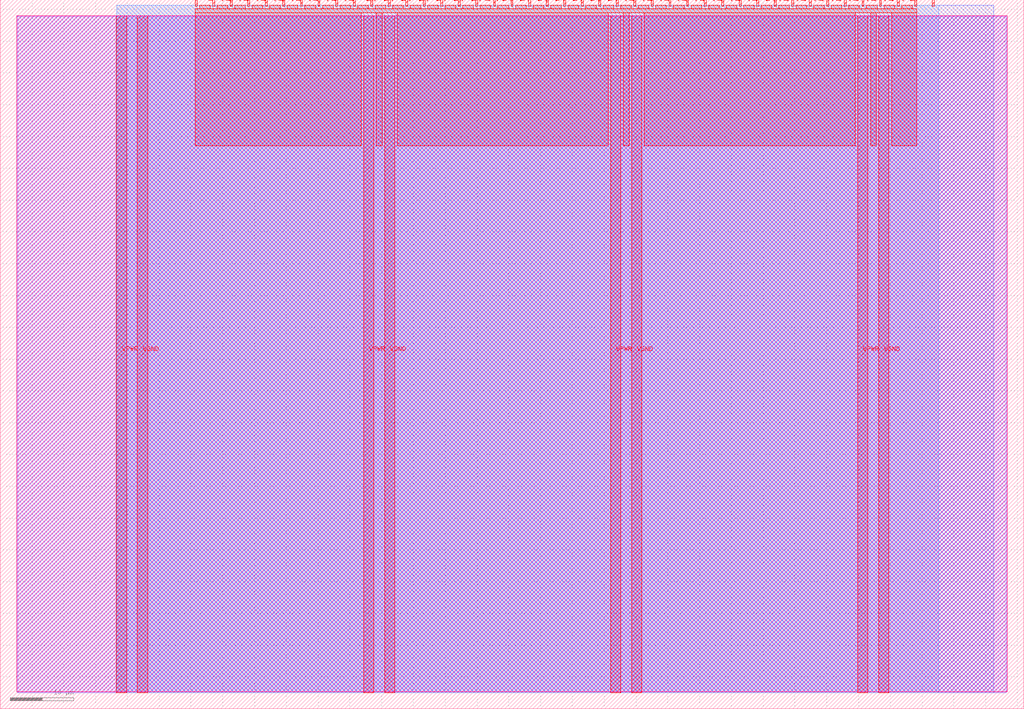
<source format=lef>
VERSION 5.7 ;
  NOWIREEXTENSIONATPIN ON ;
  DIVIDERCHAR "/" ;
  BUSBITCHARS "[]" ;
MACRO tt_um_two_lif_stdp
  CLASS BLOCK ;
  FOREIGN tt_um_two_lif_stdp ;
  ORIGIN 0.000 0.000 ;
  SIZE 161.000 BY 111.520 ;
  PIN VGND
    DIRECTION INOUT ;
    USE GROUND ;
    PORT
      LAYER met4 ;
        RECT 21.580 2.480 23.180 109.040 ;
    END
    PORT
      LAYER met4 ;
        RECT 60.450 2.480 62.050 109.040 ;
    END
    PORT
      LAYER met4 ;
        RECT 99.320 2.480 100.920 109.040 ;
    END
    PORT
      LAYER met4 ;
        RECT 138.190 2.480 139.790 109.040 ;
    END
  END VGND
  PIN VPWR
    DIRECTION INOUT ;
    USE POWER ;
    PORT
      LAYER met4 ;
        RECT 18.280 2.480 19.880 109.040 ;
    END
    PORT
      LAYER met4 ;
        RECT 57.150 2.480 58.750 109.040 ;
    END
    PORT
      LAYER met4 ;
        RECT 96.020 2.480 97.620 109.040 ;
    END
    PORT
      LAYER met4 ;
        RECT 134.890 2.480 136.490 109.040 ;
    END
  END VPWR
  PIN clk
    DIRECTION INPUT ;
    USE SIGNAL ;
    ANTENNAGATEAREA 0.852000 ;
    PORT
      LAYER met4 ;
        RECT 143.830 110.520 144.130 111.520 ;
    END
  END clk
  PIN ena
    DIRECTION INPUT ;
    USE SIGNAL ;
    PORT
      LAYER met4 ;
        RECT 146.590 110.520 146.890 111.520 ;
    END
  END ena
  PIN rst_n
    DIRECTION INPUT ;
    USE SIGNAL ;
    ANTENNAGATEAREA 0.213000 ;
    PORT
      LAYER met4 ;
        RECT 141.070 110.520 141.370 111.520 ;
    END
  END rst_n
  PIN ui_in[0]
    DIRECTION INPUT ;
    USE SIGNAL ;
    ANTENNAGATEAREA 0.196500 ;
    PORT
      LAYER met4 ;
        RECT 138.310 110.520 138.610 111.520 ;
    END
  END ui_in[0]
  PIN ui_in[1]
    DIRECTION INPUT ;
    USE SIGNAL ;
    ANTENNAGATEAREA 0.196500 ;
    PORT
      LAYER met4 ;
        RECT 135.550 110.520 135.850 111.520 ;
    END
  END ui_in[1]
  PIN ui_in[2]
    DIRECTION INPUT ;
    USE SIGNAL ;
    ANTENNAGATEAREA 0.196500 ;
    PORT
      LAYER met4 ;
        RECT 132.790 110.520 133.090 111.520 ;
    END
  END ui_in[2]
  PIN ui_in[3]
    DIRECTION INPUT ;
    USE SIGNAL ;
    ANTENNAGATEAREA 0.196500 ;
    PORT
      LAYER met4 ;
        RECT 130.030 110.520 130.330 111.520 ;
    END
  END ui_in[3]
  PIN ui_in[4]
    DIRECTION INPUT ;
    USE SIGNAL ;
    ANTENNAGATEAREA 0.196500 ;
    PORT
      LAYER met4 ;
        RECT 127.270 110.520 127.570 111.520 ;
    END
  END ui_in[4]
  PIN ui_in[5]
    DIRECTION INPUT ;
    USE SIGNAL ;
    ANTENNAGATEAREA 0.196500 ;
    PORT
      LAYER met4 ;
        RECT 124.510 110.520 124.810 111.520 ;
    END
  END ui_in[5]
  PIN ui_in[6]
    DIRECTION INPUT ;
    USE SIGNAL ;
    ANTENNAGATEAREA 0.196500 ;
    PORT
      LAYER met4 ;
        RECT 121.750 110.520 122.050 111.520 ;
    END
  END ui_in[6]
  PIN ui_in[7]
    DIRECTION INPUT ;
    USE SIGNAL ;
    ANTENNAGATEAREA 0.196500 ;
    PORT
      LAYER met4 ;
        RECT 118.990 110.520 119.290 111.520 ;
    END
  END ui_in[7]
  PIN uio_in[0]
    DIRECTION INPUT ;
    USE SIGNAL ;
    PORT
      LAYER met4 ;
        RECT 116.230 110.520 116.530 111.520 ;
    END
  END uio_in[0]
  PIN uio_in[1]
    DIRECTION INPUT ;
    USE SIGNAL ;
    PORT
      LAYER met4 ;
        RECT 113.470 110.520 113.770 111.520 ;
    END
  END uio_in[1]
  PIN uio_in[2]
    DIRECTION INPUT ;
    USE SIGNAL ;
    PORT
      LAYER met4 ;
        RECT 110.710 110.520 111.010 111.520 ;
    END
  END uio_in[2]
  PIN uio_in[3]
    DIRECTION INPUT ;
    USE SIGNAL ;
    PORT
      LAYER met4 ;
        RECT 107.950 110.520 108.250 111.520 ;
    END
  END uio_in[3]
  PIN uio_in[4]
    DIRECTION INPUT ;
    USE SIGNAL ;
    PORT
      LAYER met4 ;
        RECT 105.190 110.520 105.490 111.520 ;
    END
  END uio_in[4]
  PIN uio_in[5]
    DIRECTION INPUT ;
    USE SIGNAL ;
    PORT
      LAYER met4 ;
        RECT 102.430 110.520 102.730 111.520 ;
    END
  END uio_in[5]
  PIN uio_in[6]
    DIRECTION INPUT ;
    USE SIGNAL ;
    PORT
      LAYER met4 ;
        RECT 99.670 110.520 99.970 111.520 ;
    END
  END uio_in[6]
  PIN uio_in[7]
    DIRECTION INPUT ;
    USE SIGNAL ;
    PORT
      LAYER met4 ;
        RECT 96.910 110.520 97.210 111.520 ;
    END
  END uio_in[7]
  PIN uio_oe[0]
    DIRECTION OUTPUT ;
    USE SIGNAL ;
    PORT
      LAYER met4 ;
        RECT 49.990 110.520 50.290 111.520 ;
    END
  END uio_oe[0]
  PIN uio_oe[1]
    DIRECTION OUTPUT ;
    USE SIGNAL ;
    PORT
      LAYER met4 ;
        RECT 47.230 110.520 47.530 111.520 ;
    END
  END uio_oe[1]
  PIN uio_oe[2]
    DIRECTION OUTPUT ;
    USE SIGNAL ;
    PORT
      LAYER met4 ;
        RECT 44.470 110.520 44.770 111.520 ;
    END
  END uio_oe[2]
  PIN uio_oe[3]
    DIRECTION OUTPUT ;
    USE SIGNAL ;
    PORT
      LAYER met4 ;
        RECT 41.710 110.520 42.010 111.520 ;
    END
  END uio_oe[3]
  PIN uio_oe[4]
    DIRECTION OUTPUT ;
    USE SIGNAL ;
    PORT
      LAYER met4 ;
        RECT 38.950 110.520 39.250 111.520 ;
    END
  END uio_oe[4]
  PIN uio_oe[5]
    DIRECTION OUTPUT ;
    USE SIGNAL ;
    PORT
      LAYER met4 ;
        RECT 36.190 110.520 36.490 111.520 ;
    END
  END uio_oe[5]
  PIN uio_oe[6]
    DIRECTION OUTPUT ;
    USE SIGNAL ;
    PORT
      LAYER met4 ;
        RECT 33.430 110.520 33.730 111.520 ;
    END
  END uio_oe[6]
  PIN uio_oe[7]
    DIRECTION OUTPUT ;
    USE SIGNAL ;
    PORT
      LAYER met4 ;
        RECT 30.670 110.520 30.970 111.520 ;
    END
  END uio_oe[7]
  PIN uio_out[0]
    DIRECTION OUTPUT ;
    USE SIGNAL ;
    ANTENNADIFFAREA 0.795200 ;
    PORT
      LAYER met4 ;
        RECT 72.070 110.520 72.370 111.520 ;
    END
  END uio_out[0]
  PIN uio_out[1]
    DIRECTION OUTPUT ;
    USE SIGNAL ;
    ANTENNADIFFAREA 0.795200 ;
    PORT
      LAYER met4 ;
        RECT 69.310 110.520 69.610 111.520 ;
    END
  END uio_out[1]
  PIN uio_out[2]
    DIRECTION OUTPUT ;
    USE SIGNAL ;
    ANTENNADIFFAREA 0.795200 ;
    PORT
      LAYER met4 ;
        RECT 66.550 110.520 66.850 111.520 ;
    END
  END uio_out[2]
  PIN uio_out[3]
    DIRECTION OUTPUT ;
    USE SIGNAL ;
    ANTENNADIFFAREA 0.795200 ;
    PORT
      LAYER met4 ;
        RECT 63.790 110.520 64.090 111.520 ;
    END
  END uio_out[3]
  PIN uio_out[4]
    DIRECTION OUTPUT ;
    USE SIGNAL ;
    ANTENNADIFFAREA 0.795200 ;
    PORT
      LAYER met4 ;
        RECT 61.030 110.520 61.330 111.520 ;
    END
  END uio_out[4]
  PIN uio_out[5]
    DIRECTION OUTPUT ;
    USE SIGNAL ;
    ANTENNADIFFAREA 0.795200 ;
    PORT
      LAYER met4 ;
        RECT 58.270 110.520 58.570 111.520 ;
    END
  END uio_out[5]
  PIN uio_out[6]
    DIRECTION OUTPUT ;
    USE SIGNAL ;
    ANTENNADIFFAREA 0.445500 ;
    PORT
      LAYER met4 ;
        RECT 55.510 110.520 55.810 111.520 ;
    END
  END uio_out[6]
  PIN uio_out[7]
    DIRECTION OUTPUT ;
    USE SIGNAL ;
    ANTENNADIFFAREA 0.795200 ;
    PORT
      LAYER met4 ;
        RECT 52.750 110.520 53.050 111.520 ;
    END
  END uio_out[7]
  PIN uo_out[0]
    DIRECTION OUTPUT ;
    USE SIGNAL ;
    ANTENNADIFFAREA 0.891000 ;
    PORT
      LAYER met4 ;
        RECT 94.150 110.520 94.450 111.520 ;
    END
  END uo_out[0]
  PIN uo_out[1]
    DIRECTION OUTPUT ;
    USE SIGNAL ;
    ANTENNAGATEAREA 0.247500 ;
    ANTENNADIFFAREA 0.891000 ;
    PORT
      LAYER met4 ;
        RECT 91.390 110.520 91.690 111.520 ;
    END
  END uo_out[1]
  PIN uo_out[2]
    DIRECTION OUTPUT ;
    USE SIGNAL ;
    ANTENNAGATEAREA 0.742500 ;
    ANTENNADIFFAREA 0.891000 ;
    PORT
      LAYER met4 ;
        RECT 88.630 110.520 88.930 111.520 ;
    END
  END uo_out[2]
  PIN uo_out[3]
    DIRECTION OUTPUT ;
    USE SIGNAL ;
    ANTENNAGATEAREA 0.621000 ;
    ANTENNADIFFAREA 0.891000 ;
    PORT
      LAYER met4 ;
        RECT 85.870 110.520 86.170 111.520 ;
    END
  END uo_out[3]
  PIN uo_out[4]
    DIRECTION OUTPUT ;
    USE SIGNAL ;
    ANTENNAGATEAREA 0.990000 ;
    ANTENNADIFFAREA 0.891000 ;
    PORT
      LAYER met4 ;
        RECT 83.110 110.520 83.410 111.520 ;
    END
  END uo_out[4]
  PIN uo_out[5]
    DIRECTION OUTPUT ;
    USE SIGNAL ;
    ANTENNAGATEAREA 0.990000 ;
    ANTENNADIFFAREA 0.891000 ;
    PORT
      LAYER met4 ;
        RECT 80.350 110.520 80.650 111.520 ;
    END
  END uo_out[5]
  PIN uo_out[6]
    DIRECTION OUTPUT ;
    USE SIGNAL ;
    ANTENNAGATEAREA 0.990000 ;
    ANTENNADIFFAREA 0.891000 ;
    PORT
      LAYER met4 ;
        RECT 77.590 110.520 77.890 111.520 ;
    END
  END uo_out[6]
  PIN uo_out[7]
    DIRECTION OUTPUT ;
    USE SIGNAL ;
    ANTENNAGATEAREA 1.485000 ;
    ANTENNADIFFAREA 0.891000 ;
    PORT
      LAYER met4 ;
        RECT 74.830 110.520 75.130 111.520 ;
    END
  END uo_out[7]
  OBS
      LAYER nwell ;
        RECT 2.570 2.635 158.430 108.990 ;
      LAYER li1 ;
        RECT 2.760 2.635 158.240 108.885 ;
      LAYER met1 ;
        RECT 2.760 2.480 158.240 109.040 ;
      LAYER met2 ;
        RECT 18.310 2.535 156.300 110.685 ;
      LAYER met3 ;
        RECT 18.290 2.555 147.595 110.665 ;
      LAYER met4 ;
        RECT 31.370 110.120 33.030 110.665 ;
        RECT 34.130 110.120 35.790 110.665 ;
        RECT 36.890 110.120 38.550 110.665 ;
        RECT 39.650 110.120 41.310 110.665 ;
        RECT 42.410 110.120 44.070 110.665 ;
        RECT 45.170 110.120 46.830 110.665 ;
        RECT 47.930 110.120 49.590 110.665 ;
        RECT 50.690 110.120 52.350 110.665 ;
        RECT 53.450 110.120 55.110 110.665 ;
        RECT 56.210 110.120 57.870 110.665 ;
        RECT 58.970 110.120 60.630 110.665 ;
        RECT 61.730 110.120 63.390 110.665 ;
        RECT 64.490 110.120 66.150 110.665 ;
        RECT 67.250 110.120 68.910 110.665 ;
        RECT 70.010 110.120 71.670 110.665 ;
        RECT 72.770 110.120 74.430 110.665 ;
        RECT 75.530 110.120 77.190 110.665 ;
        RECT 78.290 110.120 79.950 110.665 ;
        RECT 81.050 110.120 82.710 110.665 ;
        RECT 83.810 110.120 85.470 110.665 ;
        RECT 86.570 110.120 88.230 110.665 ;
        RECT 89.330 110.120 90.990 110.665 ;
        RECT 92.090 110.120 93.750 110.665 ;
        RECT 94.850 110.120 96.510 110.665 ;
        RECT 97.610 110.120 99.270 110.665 ;
        RECT 100.370 110.120 102.030 110.665 ;
        RECT 103.130 110.120 104.790 110.665 ;
        RECT 105.890 110.120 107.550 110.665 ;
        RECT 108.650 110.120 110.310 110.665 ;
        RECT 111.410 110.120 113.070 110.665 ;
        RECT 114.170 110.120 115.830 110.665 ;
        RECT 116.930 110.120 118.590 110.665 ;
        RECT 119.690 110.120 121.350 110.665 ;
        RECT 122.450 110.120 124.110 110.665 ;
        RECT 125.210 110.120 126.870 110.665 ;
        RECT 127.970 110.120 129.630 110.665 ;
        RECT 130.730 110.120 132.390 110.665 ;
        RECT 133.490 110.120 135.150 110.665 ;
        RECT 136.250 110.120 137.910 110.665 ;
        RECT 139.010 110.120 140.670 110.665 ;
        RECT 141.770 110.120 143.430 110.665 ;
        RECT 30.655 109.440 144.145 110.120 ;
        RECT 30.655 88.575 56.750 109.440 ;
        RECT 59.150 88.575 60.050 109.440 ;
        RECT 62.450 88.575 95.620 109.440 ;
        RECT 98.020 88.575 98.920 109.440 ;
        RECT 101.320 88.575 134.490 109.440 ;
        RECT 136.890 88.575 137.790 109.440 ;
        RECT 140.190 88.575 144.145 109.440 ;
  END
END tt_um_two_lif_stdp
END LIBRARY


</source>
